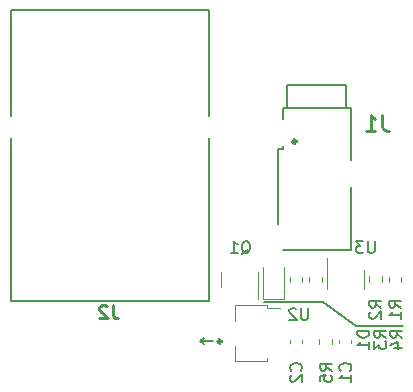
<source format=gbr>
%TF.GenerationSoftware,KiCad,Pcbnew,(7.0.0-0)*%
%TF.CreationDate,2023-02-27T23:59:31-08:00*%
%TF.ProjectId,DEMI_Buffer,44454d49-5f42-4756-9666-65722e6b6963,rev?*%
%TF.SameCoordinates,Original*%
%TF.FileFunction,Legend,Bot*%
%TF.FilePolarity,Positive*%
%FSLAX46Y46*%
G04 Gerber Fmt 4.6, Leading zero omitted, Abs format (unit mm)*
G04 Created by KiCad (PCBNEW (7.0.0-0)) date 2023-02-27 23:59:31*
%MOMM*%
%LPD*%
G01*
G04 APERTURE LIST*
%ADD10C,0.150000*%
%ADD11C,0.254000*%
%ADD12C,0.127000*%
%ADD13C,0.300000*%
%ADD14C,0.120000*%
G04 APERTURE END LIST*
D10*
X145288000Y-103124000D02*
X140258800Y-103124000D01*
X148082000Y-105156000D02*
X152044400Y-105156000D01*
X135991600Y-106426000D02*
X134874000Y-106426000D01*
X134874000Y-106426000D02*
X135178800Y-106680000D01*
X145288000Y-103124000D02*
X148082000Y-105156000D01*
X134874000Y-106426000D02*
X135178800Y-106172000D01*
X135178800Y-106172000D02*
X134874000Y-106426000D01*
D11*
%TO.C,J1*%
X150326705Y-87252258D02*
X150326705Y-88252343D01*
X150326705Y-88252343D02*
X150393378Y-88452359D01*
X150393378Y-88452359D02*
X150526722Y-88585704D01*
X150526722Y-88585704D02*
X150726739Y-88652376D01*
X150726739Y-88652376D02*
X150860084Y-88652376D01*
X148926587Y-88652376D02*
X149726654Y-88652376D01*
X149326621Y-88652376D02*
X149326621Y-87252258D01*
X149326621Y-87252258D02*
X149459965Y-87452275D01*
X149459965Y-87452275D02*
X149593310Y-87585620D01*
X149593310Y-87585620D02*
X149726654Y-87652292D01*
D10*
%TO.C,R4*%
X152005380Y-106132333D02*
X151529190Y-105799000D01*
X152005380Y-105560905D02*
X151005380Y-105560905D01*
X151005380Y-105560905D02*
X151005380Y-105941857D01*
X151005380Y-105941857D02*
X151053000Y-106037095D01*
X151053000Y-106037095D02*
X151100619Y-106084714D01*
X151100619Y-106084714D02*
X151195857Y-106132333D01*
X151195857Y-106132333D02*
X151338714Y-106132333D01*
X151338714Y-106132333D02*
X151433952Y-106084714D01*
X151433952Y-106084714D02*
X151481571Y-106037095D01*
X151481571Y-106037095D02*
X151529190Y-105941857D01*
X151529190Y-105941857D02*
X151529190Y-105560905D01*
X151338714Y-106989476D02*
X152005380Y-106989476D01*
X150957761Y-106751381D02*
X151672047Y-106513286D01*
X151672047Y-106513286D02*
X151672047Y-107132333D01*
%TO.C,R1*%
X151878380Y-103592333D02*
X151402190Y-103259000D01*
X151878380Y-103020905D02*
X150878380Y-103020905D01*
X150878380Y-103020905D02*
X150878380Y-103401857D01*
X150878380Y-103401857D02*
X150926000Y-103497095D01*
X150926000Y-103497095D02*
X150973619Y-103544714D01*
X150973619Y-103544714D02*
X151068857Y-103592333D01*
X151068857Y-103592333D02*
X151211714Y-103592333D01*
X151211714Y-103592333D02*
X151306952Y-103544714D01*
X151306952Y-103544714D02*
X151354571Y-103497095D01*
X151354571Y-103497095D02*
X151402190Y-103401857D01*
X151402190Y-103401857D02*
X151402190Y-103020905D01*
X151878380Y-104544714D02*
X151878380Y-103973286D01*
X151878380Y-104259000D02*
X150878380Y-104259000D01*
X150878380Y-104259000D02*
X151021238Y-104163762D01*
X151021238Y-104163762D02*
X151116476Y-104068524D01*
X151116476Y-104068524D02*
X151164095Y-103973286D01*
%TO.C,R2*%
X150227380Y-103592333D02*
X149751190Y-103259000D01*
X150227380Y-103020905D02*
X149227380Y-103020905D01*
X149227380Y-103020905D02*
X149227380Y-103401857D01*
X149227380Y-103401857D02*
X149275000Y-103497095D01*
X149275000Y-103497095D02*
X149322619Y-103544714D01*
X149322619Y-103544714D02*
X149417857Y-103592333D01*
X149417857Y-103592333D02*
X149560714Y-103592333D01*
X149560714Y-103592333D02*
X149655952Y-103544714D01*
X149655952Y-103544714D02*
X149703571Y-103497095D01*
X149703571Y-103497095D02*
X149751190Y-103401857D01*
X149751190Y-103401857D02*
X149751190Y-103020905D01*
X149322619Y-103973286D02*
X149275000Y-104020905D01*
X149275000Y-104020905D02*
X149227380Y-104116143D01*
X149227380Y-104116143D02*
X149227380Y-104354238D01*
X149227380Y-104354238D02*
X149275000Y-104449476D01*
X149275000Y-104449476D02*
X149322619Y-104497095D01*
X149322619Y-104497095D02*
X149417857Y-104544714D01*
X149417857Y-104544714D02*
X149513095Y-104544714D01*
X149513095Y-104544714D02*
X149655952Y-104497095D01*
X149655952Y-104497095D02*
X150227380Y-103925667D01*
X150227380Y-103925667D02*
X150227380Y-104544714D01*
%TO.C,U2*%
X144017904Y-103634380D02*
X144017904Y-104443904D01*
X144017904Y-104443904D02*
X143970285Y-104539142D01*
X143970285Y-104539142D02*
X143922666Y-104586761D01*
X143922666Y-104586761D02*
X143827428Y-104634380D01*
X143827428Y-104634380D02*
X143636952Y-104634380D01*
X143636952Y-104634380D02*
X143541714Y-104586761D01*
X143541714Y-104586761D02*
X143494095Y-104539142D01*
X143494095Y-104539142D02*
X143446476Y-104443904D01*
X143446476Y-104443904D02*
X143446476Y-103634380D01*
X143017904Y-103729619D02*
X142970285Y-103682000D01*
X142970285Y-103682000D02*
X142875047Y-103634380D01*
X142875047Y-103634380D02*
X142636952Y-103634380D01*
X142636952Y-103634380D02*
X142541714Y-103682000D01*
X142541714Y-103682000D02*
X142494095Y-103729619D01*
X142494095Y-103729619D02*
X142446476Y-103824857D01*
X142446476Y-103824857D02*
X142446476Y-103920095D01*
X142446476Y-103920095D02*
X142494095Y-104062952D01*
X142494095Y-104062952D02*
X143065523Y-104634380D01*
X143065523Y-104634380D02*
X142446476Y-104634380D01*
%TO.C,D1*%
X149211380Y-105560905D02*
X148211380Y-105560905D01*
X148211380Y-105560905D02*
X148211380Y-105799000D01*
X148211380Y-105799000D02*
X148259000Y-105941857D01*
X148259000Y-105941857D02*
X148354238Y-106037095D01*
X148354238Y-106037095D02*
X148449476Y-106084714D01*
X148449476Y-106084714D02*
X148639952Y-106132333D01*
X148639952Y-106132333D02*
X148782809Y-106132333D01*
X148782809Y-106132333D02*
X148973285Y-106084714D01*
X148973285Y-106084714D02*
X149068523Y-106037095D01*
X149068523Y-106037095D02*
X149163761Y-105941857D01*
X149163761Y-105941857D02*
X149211380Y-105799000D01*
X149211380Y-105799000D02*
X149211380Y-105560905D01*
X149211380Y-107084714D02*
X149211380Y-106513286D01*
X149211380Y-106799000D02*
X148211380Y-106799000D01*
X148211380Y-106799000D02*
X148354238Y-106703762D01*
X148354238Y-106703762D02*
X148449476Y-106608524D01*
X148449476Y-106608524D02*
X148497095Y-106513286D01*
%TO.C,Q1*%
X138398238Y-99063119D02*
X138493476Y-99015500D01*
X138493476Y-99015500D02*
X138588714Y-98920261D01*
X138588714Y-98920261D02*
X138731571Y-98777404D01*
X138731571Y-98777404D02*
X138826809Y-98729785D01*
X138826809Y-98729785D02*
X138922047Y-98729785D01*
X138874428Y-98967880D02*
X138969666Y-98920261D01*
X138969666Y-98920261D02*
X139064904Y-98825023D01*
X139064904Y-98825023D02*
X139112523Y-98634547D01*
X139112523Y-98634547D02*
X139112523Y-98301214D01*
X139112523Y-98301214D02*
X139064904Y-98110738D01*
X139064904Y-98110738D02*
X138969666Y-98015500D01*
X138969666Y-98015500D02*
X138874428Y-97967880D01*
X138874428Y-97967880D02*
X138683952Y-97967880D01*
X138683952Y-97967880D02*
X138588714Y-98015500D01*
X138588714Y-98015500D02*
X138493476Y-98110738D01*
X138493476Y-98110738D02*
X138445857Y-98301214D01*
X138445857Y-98301214D02*
X138445857Y-98634547D01*
X138445857Y-98634547D02*
X138493476Y-98825023D01*
X138493476Y-98825023D02*
X138588714Y-98920261D01*
X138588714Y-98920261D02*
X138683952Y-98967880D01*
X138683952Y-98967880D02*
X138874428Y-98967880D01*
X137493476Y-98967880D02*
X138064904Y-98967880D01*
X137779190Y-98967880D02*
X137779190Y-97967880D01*
X137779190Y-97967880D02*
X137874428Y-98110738D01*
X137874428Y-98110738D02*
X137969666Y-98205976D01*
X137969666Y-98205976D02*
X138064904Y-98253595D01*
%TO.C,R3*%
X150633780Y-106132333D02*
X150157590Y-105799000D01*
X150633780Y-105560905D02*
X149633780Y-105560905D01*
X149633780Y-105560905D02*
X149633780Y-105941857D01*
X149633780Y-105941857D02*
X149681400Y-106037095D01*
X149681400Y-106037095D02*
X149729019Y-106084714D01*
X149729019Y-106084714D02*
X149824257Y-106132333D01*
X149824257Y-106132333D02*
X149967114Y-106132333D01*
X149967114Y-106132333D02*
X150062352Y-106084714D01*
X150062352Y-106084714D02*
X150109971Y-106037095D01*
X150109971Y-106037095D02*
X150157590Y-105941857D01*
X150157590Y-105941857D02*
X150157590Y-105560905D01*
X149633780Y-106465667D02*
X149633780Y-107084714D01*
X149633780Y-107084714D02*
X150014733Y-106751381D01*
X150014733Y-106751381D02*
X150014733Y-106894238D01*
X150014733Y-106894238D02*
X150062352Y-106989476D01*
X150062352Y-106989476D02*
X150109971Y-107037095D01*
X150109971Y-107037095D02*
X150205209Y-107084714D01*
X150205209Y-107084714D02*
X150443304Y-107084714D01*
X150443304Y-107084714D02*
X150538542Y-107037095D01*
X150538542Y-107037095D02*
X150586161Y-106989476D01*
X150586161Y-106989476D02*
X150633780Y-106894238D01*
X150633780Y-106894238D02*
X150633780Y-106608524D01*
X150633780Y-106608524D02*
X150586161Y-106513286D01*
X150586161Y-106513286D02*
X150538542Y-106465667D01*
%TO.C,U3*%
X149656704Y-97970180D02*
X149656704Y-98779704D01*
X149656704Y-98779704D02*
X149609085Y-98874942D01*
X149609085Y-98874942D02*
X149561466Y-98922561D01*
X149561466Y-98922561D02*
X149466228Y-98970180D01*
X149466228Y-98970180D02*
X149275752Y-98970180D01*
X149275752Y-98970180D02*
X149180514Y-98922561D01*
X149180514Y-98922561D02*
X149132895Y-98874942D01*
X149132895Y-98874942D02*
X149085276Y-98779704D01*
X149085276Y-98779704D02*
X149085276Y-97970180D01*
X148704323Y-97970180D02*
X148085276Y-97970180D01*
X148085276Y-97970180D02*
X148418609Y-98351133D01*
X148418609Y-98351133D02*
X148275752Y-98351133D01*
X148275752Y-98351133D02*
X148180514Y-98398752D01*
X148180514Y-98398752D02*
X148132895Y-98446371D01*
X148132895Y-98446371D02*
X148085276Y-98541609D01*
X148085276Y-98541609D02*
X148085276Y-98779704D01*
X148085276Y-98779704D02*
X148132895Y-98874942D01*
X148132895Y-98874942D02*
X148180514Y-98922561D01*
X148180514Y-98922561D02*
X148275752Y-98970180D01*
X148275752Y-98970180D02*
X148561466Y-98970180D01*
X148561466Y-98970180D02*
X148656704Y-98922561D01*
X148656704Y-98922561D02*
X148704323Y-98874942D01*
%TO.C,C2*%
X143401142Y-108926333D02*
X143448761Y-108878714D01*
X143448761Y-108878714D02*
X143496380Y-108735857D01*
X143496380Y-108735857D02*
X143496380Y-108640619D01*
X143496380Y-108640619D02*
X143448761Y-108497762D01*
X143448761Y-108497762D02*
X143353523Y-108402524D01*
X143353523Y-108402524D02*
X143258285Y-108354905D01*
X143258285Y-108354905D02*
X143067809Y-108307286D01*
X143067809Y-108307286D02*
X142924952Y-108307286D01*
X142924952Y-108307286D02*
X142734476Y-108354905D01*
X142734476Y-108354905D02*
X142639238Y-108402524D01*
X142639238Y-108402524D02*
X142544000Y-108497762D01*
X142544000Y-108497762D02*
X142496380Y-108640619D01*
X142496380Y-108640619D02*
X142496380Y-108735857D01*
X142496380Y-108735857D02*
X142544000Y-108878714D01*
X142544000Y-108878714D02*
X142591619Y-108926333D01*
X142591619Y-109307286D02*
X142544000Y-109354905D01*
X142544000Y-109354905D02*
X142496380Y-109450143D01*
X142496380Y-109450143D02*
X142496380Y-109688238D01*
X142496380Y-109688238D02*
X142544000Y-109783476D01*
X142544000Y-109783476D02*
X142591619Y-109831095D01*
X142591619Y-109831095D02*
X142686857Y-109878714D01*
X142686857Y-109878714D02*
X142782095Y-109878714D01*
X142782095Y-109878714D02*
X142924952Y-109831095D01*
X142924952Y-109831095D02*
X143496380Y-109259667D01*
X143496380Y-109259667D02*
X143496380Y-109878714D01*
%TO.C,R5*%
X146036380Y-108926333D02*
X145560190Y-108593000D01*
X146036380Y-108354905D02*
X145036380Y-108354905D01*
X145036380Y-108354905D02*
X145036380Y-108735857D01*
X145036380Y-108735857D02*
X145084000Y-108831095D01*
X145084000Y-108831095D02*
X145131619Y-108878714D01*
X145131619Y-108878714D02*
X145226857Y-108926333D01*
X145226857Y-108926333D02*
X145369714Y-108926333D01*
X145369714Y-108926333D02*
X145464952Y-108878714D01*
X145464952Y-108878714D02*
X145512571Y-108831095D01*
X145512571Y-108831095D02*
X145560190Y-108735857D01*
X145560190Y-108735857D02*
X145560190Y-108354905D01*
X145036380Y-109831095D02*
X145036380Y-109354905D01*
X145036380Y-109354905D02*
X145512571Y-109307286D01*
X145512571Y-109307286D02*
X145464952Y-109354905D01*
X145464952Y-109354905D02*
X145417333Y-109450143D01*
X145417333Y-109450143D02*
X145417333Y-109688238D01*
X145417333Y-109688238D02*
X145464952Y-109783476D01*
X145464952Y-109783476D02*
X145512571Y-109831095D01*
X145512571Y-109831095D02*
X145607809Y-109878714D01*
X145607809Y-109878714D02*
X145845904Y-109878714D01*
X145845904Y-109878714D02*
X145941142Y-109831095D01*
X145941142Y-109831095D02*
X145988761Y-109783476D01*
X145988761Y-109783476D02*
X146036380Y-109688238D01*
X146036380Y-109688238D02*
X146036380Y-109450143D01*
X146036380Y-109450143D02*
X145988761Y-109354905D01*
X145988761Y-109354905D02*
X145941142Y-109307286D01*
D11*
%TO.C,J2*%
X127487333Y-103384466D02*
X127487333Y-104184466D01*
X127487333Y-104184466D02*
X127540666Y-104344466D01*
X127540666Y-104344466D02*
X127647333Y-104451133D01*
X127647333Y-104451133D02*
X127807333Y-104504466D01*
X127807333Y-104504466D02*
X127914000Y-104504466D01*
X127007333Y-103491133D02*
X126954000Y-103437800D01*
X126954000Y-103437800D02*
X126847333Y-103384466D01*
X126847333Y-103384466D02*
X126580667Y-103384466D01*
X126580667Y-103384466D02*
X126474000Y-103437800D01*
X126474000Y-103437800D02*
X126420667Y-103491133D01*
X126420667Y-103491133D02*
X126367333Y-103597800D01*
X126367333Y-103597800D02*
X126367333Y-103704466D01*
X126367333Y-103704466D02*
X126420667Y-103864466D01*
X126420667Y-103864466D02*
X127060667Y-104504466D01*
X127060667Y-104504466D02*
X126367333Y-104504466D01*
D10*
%TO.C,C1*%
X147592142Y-108926333D02*
X147639761Y-108878714D01*
X147639761Y-108878714D02*
X147687380Y-108735857D01*
X147687380Y-108735857D02*
X147687380Y-108640619D01*
X147687380Y-108640619D02*
X147639761Y-108497762D01*
X147639761Y-108497762D02*
X147544523Y-108402524D01*
X147544523Y-108402524D02*
X147449285Y-108354905D01*
X147449285Y-108354905D02*
X147258809Y-108307286D01*
X147258809Y-108307286D02*
X147115952Y-108307286D01*
X147115952Y-108307286D02*
X146925476Y-108354905D01*
X146925476Y-108354905D02*
X146830238Y-108402524D01*
X146830238Y-108402524D02*
X146735000Y-108497762D01*
X146735000Y-108497762D02*
X146687380Y-108640619D01*
X146687380Y-108640619D02*
X146687380Y-108735857D01*
X146687380Y-108735857D02*
X146735000Y-108878714D01*
X146735000Y-108878714D02*
X146782619Y-108926333D01*
X147687380Y-109878714D02*
X147687380Y-109307286D01*
X147687380Y-109593000D02*
X146687380Y-109593000D01*
X146687380Y-109593000D02*
X146830238Y-109497762D01*
X146830238Y-109497762D02*
X146925476Y-109402524D01*
X146925476Y-109402524D02*
X146973095Y-109307286D01*
D12*
%TO.C,J1*%
X147280000Y-84710000D02*
X147280000Y-86710000D01*
X142280000Y-84710000D02*
X147280000Y-84710000D01*
X147680000Y-86710000D02*
X147680000Y-91060000D01*
X147280000Y-86710000D02*
X147680000Y-86710000D01*
X147280000Y-86710000D02*
X141880000Y-86710000D01*
X142280000Y-86710000D02*
X142280000Y-84710000D01*
X141880000Y-86710000D02*
X141880000Y-87660000D01*
X141880000Y-89910000D02*
X141880000Y-90210000D01*
X141880000Y-90210000D02*
X141480000Y-90210000D01*
X141480000Y-90210000D02*
X141480000Y-96510000D01*
X147680000Y-93360000D02*
X147680000Y-98710000D01*
X147680000Y-98710000D02*
X141930000Y-98710000D01*
D13*
X143025000Y-89535000D02*
G75*
G03*
X143025000Y-89535000I-150000J0D01*
G01*
D14*
%TO.C,R4*%
X145175500Y-100981742D02*
X145175500Y-101456258D01*
X144130500Y-100981742D02*
X144130500Y-101456258D01*
%TO.C,R1*%
X150861500Y-101456258D02*
X150861500Y-100981742D01*
X151906500Y-101456258D02*
X151906500Y-100981742D01*
%TO.C,R2*%
X149210500Y-101430858D02*
X149210500Y-100956342D01*
X150255500Y-101430858D02*
X150255500Y-100956342D01*
%TO.C,U2*%
X141692000Y-103635600D02*
X140552000Y-103635600D01*
X140552000Y-108125600D02*
X140552000Y-107895600D01*
X140552000Y-103405600D02*
X140552000Y-103635600D01*
X140552000Y-103405600D02*
X137832000Y-103405600D01*
X137832000Y-108125600D02*
X140552000Y-108125600D01*
X137832000Y-106815600D02*
X137832000Y-108125600D01*
X137832000Y-103405600D02*
X137832000Y-104715600D01*
%TO.C,D1*%
X140247000Y-102863000D02*
X140247000Y-100203000D01*
X141947000Y-102863000D02*
X140247000Y-102863000D01*
X141947000Y-102863000D02*
X141947000Y-100203000D01*
%TO.C,Q1*%
X136677000Y-101219000D02*
X136677000Y-101869000D01*
X136677000Y-101219000D02*
X136677000Y-100569000D01*
X139797000Y-101219000D02*
X139797000Y-102894000D01*
X139797000Y-101219000D02*
X139797000Y-100569000D01*
%TO.C,R3*%
X143524500Y-100981742D02*
X143524500Y-101456258D01*
X142479500Y-100981742D02*
X142479500Y-101456258D01*
%TO.C,U3*%
X148753000Y-101219000D02*
X148753000Y-100419000D01*
X148753000Y-101219000D02*
X148753000Y-102019000D01*
X145633000Y-101219000D02*
X145633000Y-99419000D01*
X145633000Y-101219000D02*
X145633000Y-102019000D01*
%TO.C,C2*%
X142492000Y-106617380D02*
X142492000Y-106336220D01*
X143512000Y-106617380D02*
X143512000Y-106336220D01*
%TO.C,R5*%
X146013700Y-106239542D02*
X146013700Y-106714058D01*
X144968700Y-106239542D02*
X144968700Y-106714058D01*
D12*
%TO.C,J2*%
X135641000Y-103013000D02*
X135641000Y-89253000D01*
X135641000Y-87403000D02*
X135641000Y-78413000D01*
X135641000Y-78413000D02*
X118841000Y-78413000D01*
X118841000Y-103013000D02*
X135641000Y-103013000D01*
X118841000Y-103013000D02*
X118841000Y-89253000D01*
X118841000Y-87403000D02*
X118841000Y-78413000D01*
D13*
X136691000Y-106453000D02*
G75*
G03*
X136691000Y-106453000I-150000J0D01*
G01*
D14*
%TO.C,C1*%
X147626800Y-106336220D02*
X147626800Y-106617380D01*
X146606800Y-106336220D02*
X146606800Y-106617380D01*
%TD*%
M02*

</source>
